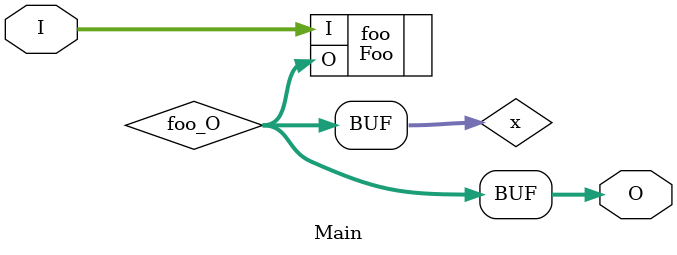
<source format=v>
module Main (
    input [4:0] I,
    output [4:0] O
);
wire [4:0] foo_O;
wire [4:0] x;
Foo foo (
    .I(I),
    .O(foo_O)
);
assign x = foo_O;
assign O = x;
endmodule


</source>
